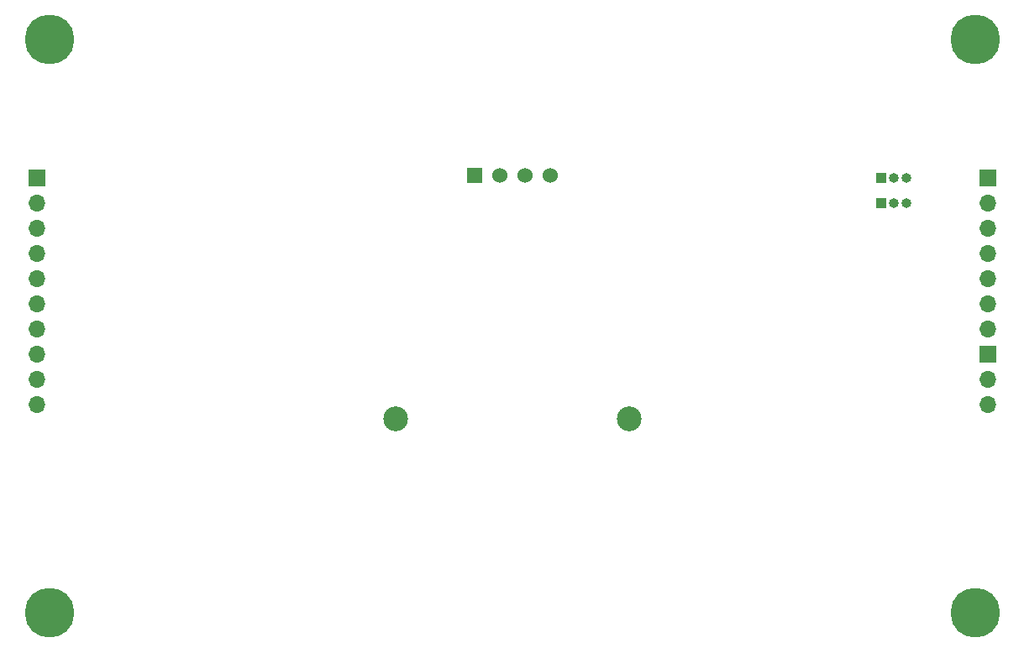
<source format=gbs>
G04 #@! TF.GenerationSoftware,KiCad,Pcbnew,(5.1.8)-1*
G04 #@! TF.CreationDate,2021-01-16T01:02:15+01:00*
G04 #@! TF.ProjectId,8bitWave Faceplate A2,38626974-5761-4766-9520-46616365706c,rev?*
G04 #@! TF.SameCoordinates,Original*
G04 #@! TF.FileFunction,Soldermask,Bot*
G04 #@! TF.FilePolarity,Negative*
%FSLAX46Y46*%
G04 Gerber Fmt 4.6, Leading zero omitted, Abs format (unit mm)*
G04 Created by KiCad (PCBNEW (5.1.8)-1) date 2021-01-16 01:02:15*
%MOMM*%
%LPD*%
G01*
G04 APERTURE LIST*
%ADD10O,1.700000X1.700000*%
%ADD11R,1.700000X1.700000*%
%ADD12C,2.500000*%
%ADD13R,1.524000X1.524000*%
%ADD14C,1.524000*%
%ADD15C,5.000000*%
%ADD16O,1.000000X1.000000*%
%ADD17R,1.000000X1.000000*%
G04 APERTURE END LIST*
D10*
X72390000Y-118110000D03*
X72390000Y-115570000D03*
X72390000Y-113030000D03*
X72390000Y-110490000D03*
X72390000Y-107950000D03*
X72390000Y-105410000D03*
X72390000Y-102870000D03*
X72390000Y-100330000D03*
X72390000Y-97790000D03*
D11*
X72390000Y-95250000D03*
D12*
X132085000Y-119500000D03*
X108585000Y-119500000D03*
D13*
X116525000Y-95000000D03*
D14*
X119065000Y-95000000D03*
X121605000Y-95000000D03*
X124145000Y-95000000D03*
D11*
X168275000Y-95250000D03*
D10*
X168275000Y-97790000D03*
X168275000Y-100330000D03*
X168275000Y-102870000D03*
X168275000Y-105410000D03*
X168275000Y-107950000D03*
X168275000Y-110490000D03*
D15*
X73660000Y-139065000D03*
X167005000Y-139065000D03*
X167005000Y-81280000D03*
X73660000Y-81280000D03*
D11*
X168275000Y-113030000D03*
D10*
X168275000Y-115570000D03*
X168275000Y-118110000D03*
D16*
X160020000Y-95250000D03*
X158750000Y-95250000D03*
D17*
X157480000Y-95250000D03*
X157480000Y-97790000D03*
D16*
X158750000Y-97790000D03*
X160020000Y-97790000D03*
M02*

</source>
